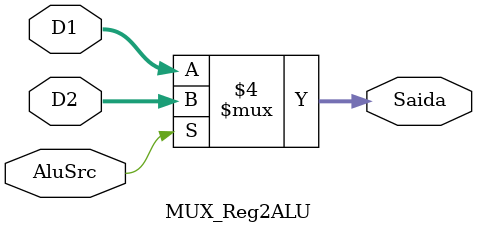
<source format=v>
module MUX_Reg2ALU(D1,D2,AluSrc,Saida);
	input [31:0] D1,D2;
	input AluSrc;
	output reg [31:0] Saida;

	always@(AluSrc or D1 or D2)
	begin
		if( AluSrc == 1'B0 ) // D1||D2 0:1
		begin
			Saida = D1;
		end
			else
			begin
				Saida = D2;
			end
	end

endmodule

</source>
